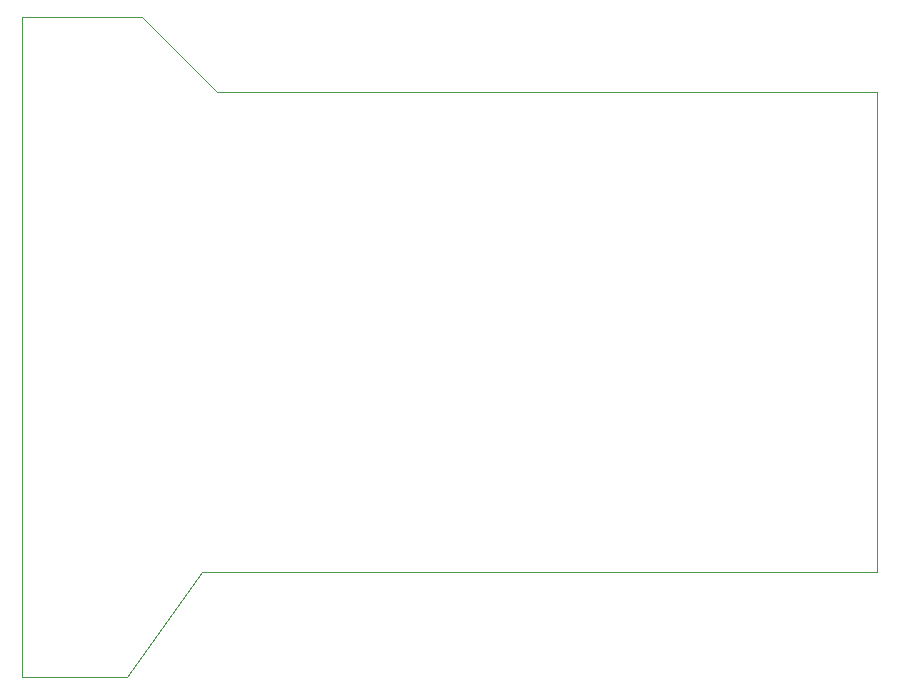
<source format=gbr>
%TF.GenerationSoftware,KiCad,Pcbnew,(5.1.10-1-10_14)*%
%TF.CreationDate,2021-10-26T14:16:26-07:00*%
%TF.ProjectId,adc,6164632e-6b69-4636-9164-5f7063625858,rev?*%
%TF.SameCoordinates,Original*%
%TF.FileFunction,Profile,NP*%
%FSLAX46Y46*%
G04 Gerber Fmt 4.6, Leading zero omitted, Abs format (unit mm)*
G04 Created by KiCad (PCBNEW (5.1.10-1-10_14)) date 2021-10-26 14:16:26*
%MOMM*%
%LPD*%
G01*
G04 APERTURE LIST*
%TA.AperFunction,Profile*%
%ADD10C,0.038100*%
%TD*%
%TA.AperFunction,Profile*%
%ADD11C,0.100000*%
%TD*%
G04 APERTURE END LIST*
D10*
X209550000Y-30480000D02*
X153670000Y-30480000D01*
X152400000Y-71120000D02*
X209550000Y-71120000D01*
X137160000Y-80010000D02*
X146050000Y-80010000D01*
X152400000Y-71120000D02*
X146050000Y-80010000D01*
X209550000Y-30480000D02*
X209550000Y-71120000D01*
X147320000Y-24130000D02*
X153670000Y-30480000D01*
X137160000Y-24130000D02*
X147320000Y-24130000D01*
D11*
X137160000Y-80010000D02*
X137160000Y-24130000D01*
M02*

</source>
